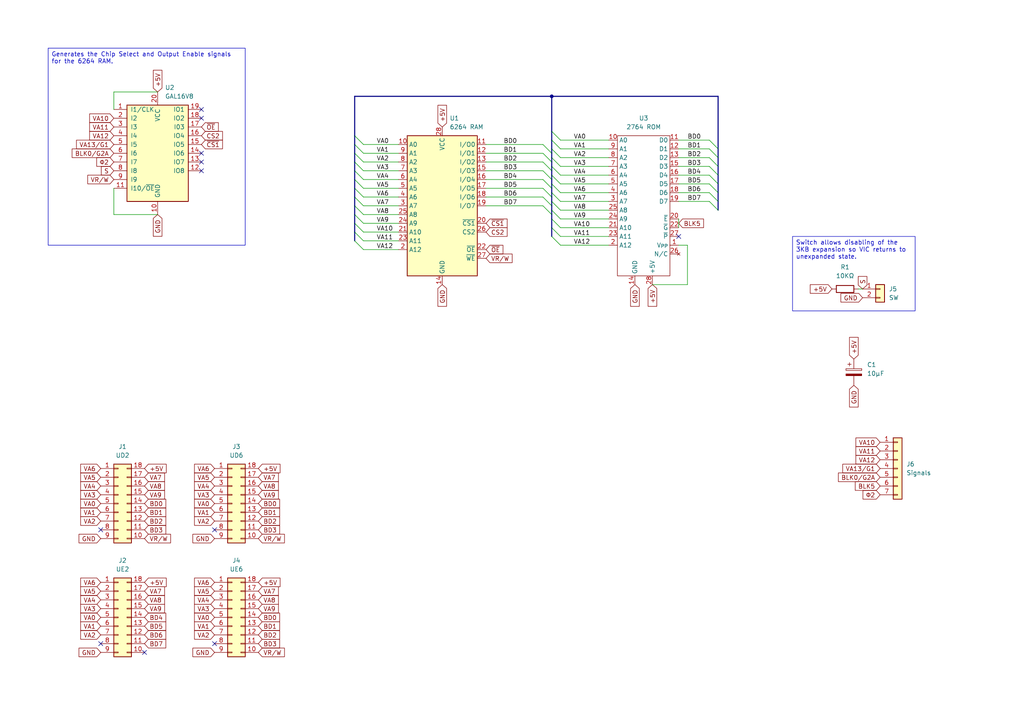
<source format=kicad_sch>
(kicad_sch (version 20250114) (generator "eeschema") (generator_version "9.0")
  (paper "A4")
  (title_block (title "Commodore VIC-20 Internal \"Super Expander\"") (date "28-Apr-2025") (rev "A") (company "Brett Hallen") (comment 1 "www.youtube.com/@Brfff"))
  (lib_symbols
    (symbol "Clueless_Engineer:2764_EPROM"
      (property "Reference" "U" (at 0 5.334 0))
      (property "Value" "2764" (at 0 0 0))
      (symbol "2764_EPROM_0_1"
        (rectangle (start -7.62 2.54) (end 7.62 -38.1))
      )
      (symbol "2764_EPROM_1_1"
        (pin input line (at -10.16 1.27 0) (length 2.54) (name "A0") (number "10"))
        (pin input line (at -10.16 -1.27 0) (length 2.54) (name "A1") (number "9"))
        (pin input line (at -10.16 -3.81 0) (length 2.54) (name "A2") (number "8"))
        (pin input line (at -10.16 -6.35 0) (length 2.54) (name "A3") (number "7"))
        (pin input line (at -10.16 -8.89 0) (length 2.54) (name "A4") (number "6"))
        (pin input line (at -10.16 -11.43 0) (length 2.54) (name "A5") (number "5"))
        (pin input line (at -10.16 -13.97 0) (length 2.54) (name "A6") (number "4"))
        (pin input line (at -10.16 -16.51 0) (length 2.54) (name "A7") (number "3"))
        (pin input line (at -10.16 -19.05 0) (length 2.54) (name "A8") (number "25"))
        (pin input line (at -10.16 -21.59 0) (length 2.54) (name "A9") (number "24"))
        (pin input line (at -10.16 -24.13 0) (length 2.54) (name "A10") (number "21"))
        (pin input line (at -10.16 -26.67 0) (length 2.54) (name "A11") (number "23"))
        (pin input line (at -10.16 -29.21 0) (length 2.54) (name "A12") (number "2"))
        (pin power_in line (at -2.54 -40.64 90) (length 2.54) (name "GND") (number "14"))
        (pin power_in line (at 2.54 -40.64 90) (length 2.54) (name "+5V") (number "28"))
        (pin output line (at 10.16 1.27 180) (length 2.54) (name "D0") (number "11"))
        (pin output line (at 10.16 -1.27 180) (length 2.54) (name "D1") (number "12"))
        (pin output line (at 10.16 -3.81 180) (length 2.54) (name "D2") (number "13"))
        (pin output line (at 10.16 -6.35 180) (length 2.54) (name "D3") (number "15"))
        (pin output line (at 10.16 -8.89 180) (length 2.54) (name "D4") (number "16"))
        (pin output line (at 10.16 -11.43 180) (length 2.54) (name "D5") (number "17"))
        (pin output line (at 10.16 -13.97 180) (length 2.54) (name "D6") (number "18"))
        (pin output line (at 10.16 -16.51 180) (length 2.54) (name "D7") (number "19"))
        (pin input line (at 10.16 -21.59 180) (length 2.54) (name "~{E}") (number "20"))
        (pin input line (at 10.16 -24.13 180) (length 2.54) (name "~{G}") (number "22"))
        (pin input line (at 10.16 -26.67 180) (length 2.54) (name "~{P}") (number "27"))
        (pin input line (at 10.16 -29.21 180) (length 2.54) (name "V_{PP}") (number "1"))
        (pin no_connect line (at 10.16 -31.75 180) (length 2.54) (name "N/C") (number "26"))
      )
    )
    (symbol "Connector_Generic:Conn_01x02" (pin_names (offset 1.016) (hide yes))
      (property "Reference" "J" (at 0 2.54 0))
      (property "Value" "Conn_01x02" (at 0 -5.08 0))
      (symbol "Conn_01x02_1_1"
        (rectangle (start -1.27 1.27) (end 1.27 -3.81) (stroke (width 0.254)) (fill (type background)))
        (rectangle (start -1.27 0.127) (end 0 -0.127) (stroke (width 0.1524)))
        (rectangle (start -1.27 -2.413) (end 0 -2.667) (stroke (width 0.1524)))
        (pin passive line (at -5.08 0 0) (length 3.81) (name "Pin_1") (number "1"))
        (pin passive line (at -5.08 -2.54 0) (length 3.81) (name "Pin_2") (number "2"))
      )
    )
    (symbol "Connector_Generic:Conn_01x07" (pin_names (offset 1.016) (hide yes))
      (property "Reference" "J" (at 0 10.16 0))
      (property "Value" "Conn_01x07" (at 0 -10.16 0))
      (symbol "Conn_01x07_1_1"
        (rectangle (start -1.27 8.89) (end 1.27 -8.89) (stroke (width 0.254)) (fill (type background)))
        (rectangle (start -1.27 7.747) (end 0 7.493) (stroke (width 0.1524)))
        (rectangle (start -1.27 5.207) (end 0 4.953) (stroke (width 0.1524)))
        (rectangle (start -1.27 2.667) (end 0 2.413) (stroke (width 0.1524)))
        (rectangle (start -1.27 0.127) (end 0 -0.127) (stroke (width 0.1524)))
        (rectangle (start -1.27 -2.413) (end 0 -2.667) (stroke (width 0.1524)))
        (rectangle (start -1.27 -4.953) (end 0 -5.207) (stroke (width 0.1524)))
        (rectangle (start -1.27 -7.493) (end 0 -7.747) (stroke (width 0.1524)))
        (pin passive line (at -5.08 7.62 0) (length 3.81) (name "Pin_1") (number "1"))
        (pin passive line (at -5.08 5.08 0) (length 3.81) (name "Pin_2") (number "2"))
        (pin passive line (at -5.08 2.54 0) (length 3.81) (name "Pin_3") (number "3"))
        (pin passive line (at -5.08 0 0) (length 3.81) (name "Pin_4") (number "4"))
        (pin passive line (at -5.08 -2.54 0) (length 3.81) (name "Pin_5") (number "5"))
        (pin passive line (at -5.08 -5.08 0) (length 3.81) (name "Pin_6") (number "6"))
        (pin passive line (at -5.08 -7.62 0) (length 3.81) (name "Pin_7") (number "7"))
      )
    )
    (symbol "Connector_Generic:Conn_02x09_Counter_Clockwise" (pin_names (offset 1.016) (hide yes))
      (property "Reference" "J" (at 1.27 12.7 0))
      (property "Value" "Conn_02x09_Counter_Clockwise" (at 1.27 -12.7 0))
      (symbol "Conn_02x09_Counter_Clockwise_1_1"
        (rectangle (start -1.27 11.43) (end 3.81 -11.43) (stroke (width 0.254)) (fill (type background)))
        (rectangle (start -1.27 10.287) (end 0 10.033) (stroke (width 0.1524)))
        (rectangle (start -1.27 7.747) (end 0 7.493) (stroke (width 0.1524)))
        (rectangle (start -1.27 5.207) (end 0 4.953) (stroke (width 0.1524)))
        (rectangle (start -1.27 2.667) (end 0 2.413) (stroke (width 0.1524)))
        (rectangle (start -1.27 0.127) (end 0 -0.127) (stroke (width 0.1524)))
        (rectangle (start -1.27 -2.413) (end 0 -2.667) (stroke (width 0.1524)))
        (rectangle (start -1.27 -4.953) (end 0 -5.207) (stroke (width 0.1524)))
        (rectangle (start -1.27 -7.493) (end 0 -7.747) (stroke (width 0.1524)))
        (rectangle (start -1.27 -10.033) (end 0 -10.287) (stroke (width 0.1524)))
        (rectangle (start 3.81 10.287) (end 2.54 10.033) (stroke (width 0.1524)))
        (rectangle (start 3.81 7.747) (end 2.54 7.493) (stroke (width 0.1524)))
        (rectangle (start 3.81 5.207) (end 2.54 4.953) (stroke (width 0.1524)))
        (rectangle (start 3.81 2.667) (end 2.54 2.413) (stroke (width 0.1524)))
        (rectangle (start 3.81 0.127) (end 2.54 -0.127) (stroke (width 0.1524)))
        (rectangle (start 3.81 -2.413) (end 2.54 -2.667) (stroke (width 0.1524)))
        (rectangle (start 3.81 -4.953) (end 2.54 -5.207) (stroke (width 0.1524)))
        (rectangle (start 3.81 -7.493) (end 2.54 -7.747) (stroke (width 0.1524)))
        (rectangle (start 3.81 -10.033) (end 2.54 -10.287) (stroke (width 0.1524)))
        (pin passive line (at -5.08 10.16 0) (length 3.81) (name "Pin_1") (number "1"))
        (pin passive line (at -5.08 7.62 0) (length 3.81) (name "Pin_2") (number "2"))
        (pin passive line (at -5.08 5.08 0) (length 3.81) (name "Pin_3") (number "3"))
        (pin passive line (at -5.08 2.54 0) (length 3.81) (name "Pin_4") (number "4"))
        (pin passive line (at -5.08 0 0) (length 3.81) (name "Pin_5") (number "5"))
        (pin passive line (at -5.08 -2.54 0) (length 3.81) (name "Pin_6") (number "6"))
        (pin passive line (at -5.08 -5.08 0) (length 3.81) (name "Pin_7") (number "7"))
        (pin passive line (at -5.08 -7.62 0) (length 3.81) (name "Pin_8") (number "8"))
        (pin passive line (at -5.08 -10.16 0) (length 3.81) (name "Pin_9") (number "9"))
        (pin passive line (at 7.62 10.16 180) (length 3.81) (name "Pin_18") (number "18"))
        (pin passive line (at 7.62 7.62 180) (length 3.81) (name "Pin_17") (number "17"))
        (pin passive line (at 7.62 5.08 180) (length 3.81) (name "Pin_16") (number "16"))
        (pin passive line (at 7.62 2.54 180) (length 3.81) (name "Pin_15") (number "15"))
        (pin passive line (at 7.62 0 180) (length 3.81) (name "Pin_14") (number "14"))
        (pin passive line (at 7.62 -2.54 180) (length 3.81) (name "Pin_13") (number "13"))
        (pin passive line (at 7.62 -5.08 180) (length 3.81) (name "Pin_12") (number "12"))
        (pin passive line (at 7.62 -7.62 180) (length 3.81) (name "Pin_11") (number "11"))
        (pin passive line (at 7.62 -10.16 180) (length 3.81) (name "Pin_10") (number "10"))
      )
    )
    (symbol "Device:C_Polarized" (pin_numbers (hide yes)) (pin_names (offset 0.254))
      (property "Reference" "C" (at 0.635 2.54 0))
      (property "Value" "C_Polarized" (at 0.635 -2.54 0))
      (symbol "C_Polarized_0_1"
        (rectangle (start -2.286 0.508) (end 2.286 1.016))
        (polyline (pts (xy -1.778 2.286) (xy -0.762 2.286)))
        (polyline (pts (xy -1.27 2.794) (xy -1.27 1.778)))
        (rectangle (start 2.286 -0.508) (end -2.286 -1.016) (fill (type outline)))
      )
      (symbol "C_Polarized_1_1"
        (pin passive line (at 0 3.81 270) (length 2.794) (name "~") (number "1"))
        (pin passive line (at 0 -3.81 90) (length 2.794) (name "~") (number "2"))
      )
    )
    (symbol "Device:R" (pin_numbers (hide yes)) (pin_names (offset 0))
      (property "Reference" "R" (at 2.032 0 90))
      (property "Value" "R" (at 0 0 90))
      (symbol "R_0_1"
        (rectangle (start -1.016 -2.54) (end 1.016 2.54) (stroke (width 0.254)))
      )
      (symbol "R_1_1"
        (pin passive line (at 0 3.81 270) (length 1.27) (name "~") (number "1"))
        (pin passive line (at 0 -3.81 90) (length 1.27) (name "~") (number "2"))
      )
    )
    (symbol "Logic_Programmable:GAL16V8" (pin_names (offset 1.016))
      (property "Reference" "U" (at -8.89 16.51 0))
      (property "Value" "GAL16V8" (at 1.27 16.51 0))
      (symbol "GAL16V8_0_0"
        (pin power_in line (at 0 17.78 270) (length 3.81) (name "VCC") (number "20"))
        (pin power_in line (at 0 -17.78 90) (length 3.81) (name "GND") (number "10"))
      )
      (symbol "GAL16V8_0_1"
        (rectangle (start -8.89 13.97) (end 8.89 -13.97) (stroke (width 0.254)) (fill (type background)))
      )
      (symbol "GAL16V8_1_1"
        (pin input line (at -12.7 12.7 0) (length 3.81) (name "I1/CLK") (number "1"))
        (pin input line (at -12.7 10.16 0) (length 3.81) (name "I2") (number "2"))
        (pin input line (at -12.7 7.62 0) (length 3.81) (name "I3") (number "3"))
        (pin input line (at -12.7 5.08 0) (length 3.81) (name "I4") (number "4"))
        (pin input line (at -12.7 2.54 0) (length 3.81) (name "I5") (number "5"))
        (pin input line (at -12.7 0 0) (length 3.81) (name "I6") (number "6"))
        (pin input line (at -12.7 -2.54 0) (length 3.81) (name "I7") (number "7"))
        (pin input line (at -12.7 -5.08 0) (length 3.81) (name "I8") (number "8"))
        (pin input line (at -12.7 -7.62 0) (length 3.81) (name "I9") (number "9"))
        (pin input line (at -12.7 -10.16 0) (length 3.81) (name "I10/~{OE}") (number "11"))
        (pin tri_state line (at 12.7 12.7 180) (length 3.81) (name "IO1") (number "19"))
        (pin tri_state line (at 12.7 10.16 180) (length 3.81) (name "IO2") (number "18"))
        (pin tri_state line (at 12.7 7.62 180) (length 3.81) (name "I03") (number "17"))
        (pin tri_state line (at 12.7 5.08 180) (length 3.81) (name "IO4") (number "16"))
        (pin tri_state line (at 12.7 2.54 180) (length 3.81) (name "IO5") (number "15"))
        (pin tri_state line (at 12.7 0 180) (length 3.81) (name "IO6") (number "14"))
        (pin tri_state line (at 12.7 -2.54 180) (length 3.81) (name "IO7") (number "13"))
        (pin tri_state line (at 12.7 -5.08 180) (length 3.81) (name "IO8") (number "12"))
      )
    )
    (symbol "Memory_RAM:HY6264AxP"
      (property "Reference" "U" (at -10.16 20.955 0))
      (property "Value" "HY6264AxP" (at 2.54 20.955 0))
      (symbol "HY6264AxP_0_0"
        (pin power_in line (at 0 22.86 270) (length 2.54) (name "VCC") (number "28"))
        (pin power_in line (at 0 -22.86 90) (length 2.54) (name "GND") (number "14"))
      )
      (symbol "HY6264AxP_0_1"
        (rectangle (start -10.16 20.32) (end 10.16 -20.32) (stroke (width 0.254)) (fill (type background)))
      )
      (symbol "HY6264AxP_1_1"
        (pin input line (at -12.7 17.78 0) (length 2.54) (name "A0") (number "10"))
        (pin input line (at -12.7 15.24 0) (length 2.54) (name "A1") (number "9"))
        (pin input line (at -12.7 12.7 0) (length 2.54) (name "A2") (number "8"))
        (pin input line (at -12.7 10.16 0) (length 2.54) (name "A3") (number "7"))
        (pin input line (at -12.7 7.62 0) (length 2.54) (name "A4") (number "6"))
        (pin input line (at -12.7 5.08 0) (length 2.54) (name "A5") (number "5"))
        (pin input line (at -12.7 2.54 0) (length 2.54) (name "A6") (number "4"))
        (pin input line (at -12.7 0 0) (length 2.54) (name "A7") (number "3"))
        (pin input line (at -12.7 -2.54 0) (length 2.54) (name "A8") (number "25"))
        (pin input line (at -12.7 -5.08 0) (length 2.54) (name "A9") (number "24"))
        (pin input line (at -12.7 -7.62 0) (length 2.54) (name "A10") (number "21"))
        (pin input line (at -12.7 -10.16 0) (length 2.54) (name "A11") (number "23"))
        (pin input line (at -12.7 -12.7 0) (length 2.54) (name "A12") (number "2"))
        (pin no_connect line (at 0 0 0) (length 2.54) (hide yes) (name "NC") (number "1"))
        (pin tri_state line (at 12.7 17.78 180) (length 2.54) (name "I/O0") (number "11"))
        (pin tri_state line (at 12.7 15.24 180) (length 2.54) (name "I/O1") (number "12"))
        (pin tri_state line (at 12.7 12.7 180) (length 2.54) (name "I/O2") (number "13"))
        (pin tri_state line (at 12.7 10.16 180) (length 2.54) (name "I/O3") (number "15"))
        (pin tri_state line (at 12.7 7.62 180) (length 2.54) (name "I/O4") (number "16"))
        (pin tri_state line (at 12.7 5.08 180) (length 2.54) (name "I/O5") (number "17"))
        (pin tri_state line (at 12.7 2.54 180) (length 2.54) (name "I/O6") (number "18"))
        (pin tri_state line (at 12.7 0 180) (length 2.54) (name "I/O7") (number "19"))
        (pin input line (at 12.7 -5.08 180) (length 2.54) (name "~{CS1}") (number "20"))
        (pin input line (at 12.7 -7.62 180) (length 2.54) (name "CS2") (number "26"))
        (pin input line (at 12.7 -12.7 180) (length 2.54) (name "~{OE}") (number "22"))
        (pin input line (at 12.7 -15.24 180) (length 2.54) (name "~{WE}") (number "27"))
      )
    )
  )
  (text_box "Generates the Chip Select and Output Enable signals for the 6264 RAM." (at 13.97 13.97 0) (size 57.15 57.15) (margins 0.9525 0.9525 0.9525 0.9525) (effects (font (size 1.27 1.27)) (justify left top)))
  (text_box "Switch allows disabling of the 3KB expansion so VIC returns to unexpanded state." (at 229.87 68.58 0) (size 35.56 21.59) (margins 0.9525 0.9525 0.9525 0.9525) (effects (font (size 1.27 1.27)) (justify left top)))
  (text_box "Original 2114 RAM chips are removed from the VIC.\nFour are replaced with IC sockets to accept this daughterboard." (at -104.14 100.33 0) (size 73.66 74.93) (margins 0.9525 0.9525 0.9525 0.9525) (effects (font (size 1.27 1.27)) (justify left top)))
  (junction (at 160.02 27.94))
  (no_connect (at 196.85 68.58))
  (no_connect (at 58.42 34.29))
  (no_connect (at 62.23 153.67))
  (no_connect (at 58.42 49.53))
  (no_connect (at 58.42 44.45))
  (no_connect (at 58.42 46.99))
  (no_connect (at 41.91 189.23))
  (no_connect (at 29.21 186.69))
  (no_connect (at 58.42 31.75))
  (no_connect (at 29.21 153.67))
  (no_connect (at 62.23 186.69))
  (bus_entry (at 102.87 57.15) (size 2.54 2.54))
  (bus_entry (at 102.87 54.61) (size 2.54 2.54))
  (bus_entry (at 160.02 45.72) (size 2.54 2.54))
  (bus_entry (at 208.28 55.88) (size -2.54 -2.54))
  (bus_entry (at 102.87 46.99) (size 2.54 2.54))
  (bus_entry (at 208.28 60.96) (size -2.54 -2.54))
  (bus_entry (at 160.02 48.26) (size 2.54 2.54))
  (bus_entry (at 160.02 50.8) (size 2.54 2.54))
  (bus_entry (at 102.87 52.07) (size 2.54 2.54))
  (bus_entry (at 160.02 57.15) (size -2.54 -2.54))
  (bus_entry (at 208.28 50.8) (size -2.54 -2.54))
  (bus_entry (at 102.87 69.85) (size 2.54 2.54))
  (bus_entry (at 102.87 62.23) (size 2.54 2.54))
  (bus_entry (at 160.02 53.34) (size 2.54 2.54))
  (bus_entry (at 160.02 52.07) (size -2.54 -2.54))
  (bus_entry (at 102.87 49.53) (size 2.54 2.54))
  (bus_entry (at 160.02 62.23) (size -2.54 -2.54))
  (bus_entry (at 160.02 66.04) (size 2.54 2.54))
  (bus_entry (at 160.02 49.53) (size -2.54 -2.54))
  (bus_entry (at 208.28 53.34) (size -2.54 -2.54))
  (bus_entry (at 160.02 38.1) (size 2.54 2.54))
  (bus_entry (at 208.28 58.42) (size -2.54 -2.54))
  (bus_entry (at 208.28 43.18) (size -2.54 -2.54))
  (bus_entry (at 160.02 58.42) (size 2.54 2.54))
  (bus_entry (at 208.28 48.26) (size -2.54 -2.54))
  (bus_entry (at 160.02 54.61) (size -2.54 -2.54))
  (bus_entry (at 102.87 67.31) (size 2.54 2.54))
  (bus_entry (at 160.02 46.99) (size -2.54 -2.54))
  (bus_entry (at 160.02 68.58) (size 2.54 2.54))
  (bus_entry (at 160.02 63.5) (size 2.54 2.54))
  (bus_entry (at 160.02 44.45) (size -2.54 -2.54))
  (bus_entry (at 208.28 45.72) (size -2.54 -2.54))
  (bus_entry (at 160.02 40.64) (size 2.54 2.54))
  (bus_entry (at 160.02 60.96) (size 2.54 2.54))
  (bus_entry (at 160.02 43.18) (size 2.54 2.54))
  (bus_entry (at 102.87 44.45) (size 2.54 2.54))
  (bus_entry (at 102.87 64.77) (size 2.54 2.54))
  (bus_entry (at 102.87 41.91) (size 2.54 2.54))
  (bus_entry (at 160.02 55.88) (size 2.54 2.54))
  (bus_entry (at 160.02 59.69) (size -2.54 -2.54))
  (bus_entry (at 102.87 39.37) (size 2.54 2.54))
  (bus_entry (at 102.87 59.69) (size 2.54 2.54))
  (wire (pts (xy 140.97 44.45) (xy 157.48 44.45)))
  (wire (pts (xy 140.97 49.53) (xy 157.48 49.53)))
  (wire (pts (xy 196.85 45.72) (xy 205.74 45.72)))
  (bus (pts (xy 160.02 49.53) (xy 160.02 50.8)))
  (wire (pts (xy 199.39 82.55) (xy 189.23 82.55)))
  (wire (pts (xy 196.85 43.18) (xy 205.74 43.18)))
  (wire (pts (xy 140.97 54.61) (xy 157.48 54.61)))
  (wire (pts (xy 162.56 55.88) (xy 176.53 55.88)))
  (bus (pts (xy 102.87 39.37) (xy 102.87 27.94)))
  (bus (pts (xy 160.02 59.69) (xy 160.02 60.96)))
  (wire (pts (xy 105.41 62.23) (xy 115.57 62.23)))
  (wire (pts (xy 196.85 40.64) (xy 205.74 40.64)))
  (wire (pts (xy 196.85 48.26) (xy 205.74 48.26)))
  (wire (pts (xy 162.56 50.8) (xy 176.53 50.8)))
  (wire (pts (xy 105.41 44.45) (xy 115.57 44.45)))
  (wire (pts (xy 105.41 41.91) (xy 115.57 41.91)))
  (bus (pts (xy 102.87 46.99) (xy 102.87 44.45)))
  (bus (pts (xy 208.28 50.8) (xy 208.28 53.34)))
  (bus (pts (xy 102.87 69.85) (xy 102.87 67.31)))
  (bus (pts (xy 208.28 43.18) (xy 208.28 45.72)))
  (bus (pts (xy 160.02 45.72) (xy 160.02 46.99)))
  (wire (pts (xy 33.02 62.23) (xy 33.02 54.61)))
  (wire (pts (xy 196.85 53.34) (xy 205.74 53.34)))
  (wire (pts (xy 162.56 68.58) (xy 176.53 68.58)))
  (wire (pts (xy 105.41 59.69) (xy 115.57 59.69)))
  (wire (pts (xy 196.85 55.88) (xy 205.74 55.88)))
  (bus (pts (xy 102.87 57.15) (xy 102.87 54.61)))
  (wire (pts (xy 105.41 52.07) (xy 115.57 52.07)))
  (wire (pts (xy 162.56 40.64) (xy 176.53 40.64)))
  (wire (pts (xy 162.56 48.26) (xy 176.53 48.26)))
  (bus (pts (xy 160.02 27.94) (xy 208.28 27.94)))
  (wire (pts (xy 162.56 53.34) (xy 176.53 53.34)))
  (wire (pts (xy 196.85 58.42) (xy 205.74 58.42)))
  (bus (pts (xy 160.02 62.23) (xy 160.02 63.5)))
  (bus (pts (xy 102.87 27.94) (xy 160.02 27.94)))
  (bus (pts (xy 208.28 48.26) (xy 208.28 50.8)))
  (bus (pts (xy 102.87 64.77) (xy 102.87 62.23)))
  (bus (pts (xy 160.02 43.18) (xy 160.02 44.45)))
  (bus (pts (xy 102.87 49.53) (xy 102.87 46.99)))
  (wire (pts (xy 162.56 71.12) (xy 176.53 71.12)))
  (wire (pts (xy 140.97 52.07) (xy 157.48 52.07)))
  (wire (pts (xy 140.97 57.15) (xy 157.48 57.15)))
  (bus (pts (xy 208.28 27.94) (xy 208.28 43.18)))
  (bus (pts (xy 102.87 44.45) (xy 102.87 41.91)))
  (wire (pts (xy 105.41 64.77) (xy 115.57 64.77)))
  (bus (pts (xy 102.87 52.07) (xy 102.87 49.53)))
  (wire (pts (xy 196.85 71.12) (xy 199.39 71.12)))
  (wire (pts (xy 162.56 66.04) (xy 176.53 66.04)))
  (wire (pts (xy 162.56 58.42) (xy 176.53 58.42)))
  (bus (pts (xy 160.02 58.42) (xy 160.02 59.69)))
  (bus (pts (xy 208.28 45.72) (xy 208.28 48.26)))
  (wire (pts (xy 45.72 62.23) (xy 33.02 62.23)))
  (bus (pts (xy 102.87 62.23) (xy 102.87 59.69)))
  (bus (pts (xy 208.28 53.34) (xy 208.28 55.88)))
  (bus (pts (xy 208.28 58.42) (xy 208.28 60.96)))
  (wire (pts (xy 162.56 60.96) (xy 176.53 60.96)))
  (bus (pts (xy 160.02 50.8) (xy 160.02 52.07)))
  (bus (pts (xy 102.87 54.61) (xy 102.87 52.07)))
  (bus (pts (xy 160.02 46.99) (xy 160.02 48.26)))
  (wire (pts (xy 140.97 41.91) (xy 157.48 41.91)))
  (bus (pts (xy 160.02 44.45) (xy 160.02 45.72)))
  (bus (pts (xy 208.28 55.88) (xy 208.28 58.42)))
  (bus (pts (xy 160.02 60.96) (xy 160.02 62.23)))
  (wire (pts (xy 196.85 50.8) (xy 205.74 50.8)))
  (wire (pts (xy 196.85 63.5) (xy 196.85 66.04)))
  (bus (pts (xy 160.02 53.34) (xy 160.02 54.61)))
  (bus (pts (xy 160.02 66.04) (xy 160.02 68.58)))
  (wire (pts (xy 248.92 83.82) (xy 250.19 83.82)))
  (wire (pts (xy 140.97 59.69) (xy 157.48 59.69)))
  (bus (pts (xy 160.02 55.88) (xy 160.02 57.15)))
  (wire (pts (xy 105.41 69.85) (xy 115.57 69.85)))
  (bus (pts (xy 160.02 27.94) (xy 160.02 38.1)))
  (wire (pts (xy 199.39 71.12) (xy 199.39 82.55)))
  (wire (pts (xy 33.02 26.67) (xy 33.02 31.75)))
  (wire (pts (xy 105.41 67.31) (xy 115.57 67.31)))
  (bus (pts (xy 160.02 48.26) (xy 160.02 49.53)))
  (bus (pts (xy 102.87 59.69) (xy 102.87 57.15)))
  (bus (pts (xy 160.02 54.61) (xy 160.02 55.88)))
  (wire (pts (xy 162.56 63.5) (xy 176.53 63.5)))
  (bus (pts (xy 160.02 40.64) (xy 160.02 43.18)))
  (wire (pts (xy 162.56 45.72) (xy 176.53 45.72)))
  (wire (pts (xy 105.41 72.39) (xy 115.57 72.39)))
  (bus (pts (xy 160.02 38.1) (xy 160.02 40.64)))
  (bus (pts (xy 102.87 67.31) (xy 102.87 64.77)))
  (wire (pts (xy 105.41 57.15) (xy 115.57 57.15)))
  (bus (pts (xy 102.87 41.91) (xy 102.87 39.37)))
  (wire (pts (xy 105.41 49.53) (xy 115.57 49.53)))
  (bus (pts (xy 160.02 52.07) (xy 160.02 53.34)))
  (bus (pts (xy 160.02 63.5) (xy 160.02 66.04)))
  (wire (pts (xy 140.97 46.99) (xy 157.48 46.99)))
  (wire (pts (xy 162.56 43.18) (xy 176.53 43.18)))
  (wire (pts (xy 45.72 26.67) (xy 33.02 26.67)))
  (wire (pts (xy 105.41 54.61) (xy 115.57 54.61)))
  (wire (pts (xy 105.41 46.99) (xy 115.57 46.99)))
  (bus (pts (xy 160.02 57.15) (xy 160.02 58.42)))
  (label "VA6" (at 109.22 57.15 0))
  (label "VA8" (at 109.22 62.23 0))
  (label "VA9" (at 166.37 63.5 0))
  (label "VA5" (at 109.22 54.61 0))
  (label "VA10" (at 109.22 67.31 0))
  (label "BD7" (at 146.05 59.69 0))
  (label "VA11" (at 109.22 69.85 0))
  (label "VA1" (at 109.22 44.45 0))
  (label "VA7" (at 109.22 59.69 0))
  (label "VA6" (at 166.37 55.88 0))
  (label "BD0" (at 199.39 40.64 0))
  (label "VA0" (at 166.37 40.64 0))
  (label "BD2" (at 146.05 46.99 0))
  (label "BD4" (at 199.39 50.8 0))
  (label "VA8" (at 166.37 60.96 0))
  (label "BD7" (at 199.39 58.42 0))
  (label "BD3" (at 146.05 49.53 0))
  (label "BD2" (at 199.39 45.72 0))
  (label "VA11" (at 166.37 68.58 0))
  (label "VA2" (at 166.37 45.72 0))
  (label "BD5" (at 146.05 54.61 0))
  (label "VA1" (at 166.37 43.18 0))
  (label "VA10" (at 166.37 66.04 0))
  (label "BD5" (at 199.39 53.34 0))
  (label "BD6" (at 199.39 55.88 0))
  (label "VA5" (at 166.37 53.34 0))
  (label "VA7" (at 166.37 58.42 0))
  (label "BD6" (at 146.05 57.15 0))
  (label "VA3" (at 109.22 49.53 0))
  (label "VA2" (at 109.22 46.99 0))
  (label "VA4" (at 109.22 52.07 0))
  (label "VA3" (at 166.37 48.26 0))
  (label "VA0" (at 109.22 41.91 0))
  (label "BD1" (at 146.05 44.45 0))
  (label "VA4" (at 166.37 50.8 0))
  (label "VA9" (at 109.22 64.77 0))
  (label "BD4" (at 146.05 52.07 0))
  (label "VA12" (at 109.22 72.39 0))
  (label "BD1" (at 199.39 43.18 0))
  (label "BD3" (at 199.39 48.26 0))
  (label "BD0" (at 146.05 41.91 0))
  (label "VA12" (at 166.37 71.12 0))
  (global_label "Φ2" (shape input) (at 255.27 143.51 180) (property "Intersheetrefs" "${INTERSHEET_REFS}" (effects (hide yes))))
  (global_label "~{CS1}" (shape input) (at 140.97 64.77 0) (property "Intersheetrefs" "${INTERSHEET_REFS}" (effects (hide yes))))
  (global_label "VR{slash}W" (shape input) (at 74.93 156.21 0) (property "Intersheetrefs" "${INTERSHEET_REFS}" (effects (hide yes))))
  (global_label "VR{slash}W" (shape input) (at 74.93 189.23 0) (property "Intersheetrefs" "${INTERSHEET_REFS}" (effects (hide yes))))
  (global_label "+5V" (shape input) (at 247.65 104.14 90) (property "Intersheetrefs" "${INTERSHEET_REFS}" (effects (hide yes))))
  (global_label "VA4" (shape input) (at 29.21 140.97 180) (property "Intersheetrefs" "${INTERSHEET_REFS}" (effects (hide yes))))
  (global_label "VR{slash}W" (shape input) (at 140.97 74.93 0) (property "Intersheetrefs" "${INTERSHEET_REFS}" (effects (hide yes))))
  (global_label "VA3" (shape input) (at 62.23 176.53 180) (property "Intersheetrefs" "${INTERSHEET_REFS}" (effects (hide yes))))
  (global_label "VR{slash}W" (shape input) (at 41.91 156.21 0) (property "Intersheetrefs" "${INTERSHEET_REFS}" (effects (hide yes))))
  (global_label "VA1" (shape input) (at 29.21 181.61 180) (property "Intersheetrefs" "${INTERSHEET_REFS}" (effects (hide yes))))
  (global_label "VA7" (shape input) (at 41.91 171.45 0) (property "Intersheetrefs" "${INTERSHEET_REFS}" (effects (hide yes))))
  (global_label "VA2" (shape input) (at 29.21 151.13 180) (property "Intersheetrefs" "${INTERSHEET_REFS}" (effects (hide yes))))
  (global_label "VA5" (shape input) (at 29.21 171.45 180) (property "Intersheetrefs" "${INTERSHEET_REFS}" (effects (hide yes))))
  (global_label "VA7" (shape input) (at 41.91 138.43 0) (property "Intersheetrefs" "${INTERSHEET_REFS}" (effects (hide yes))))
  (global_label "BLK5" (shape input) (at 196.85 64.77 0) (property "Intersheetrefs" "${INTERSHEET_REFS}" (effects (hide yes))))
  (global_label "VA11" (shape input) (at 255.27 130.81 180) (property "Intersheetrefs" "${INTERSHEET_REFS}" (effects (hide yes))))
  (global_label "VA2" (shape input) (at 62.23 151.13 180) (property "Intersheetrefs" "${INTERSHEET_REFS}" (effects (hide yes))))
  (global_label "+5V" (shape input) (at 74.93 135.89 0) (property "Intersheetrefs" "${INTERSHEET_REFS}" (effects (hide yes))))
  (global_label "GND" (shape input) (at 184.15 82.55 270) (property "Intersheetrefs" "${INTERSHEET_REFS}" (effects (hide yes))))
  (global_label "VA6" (shape input) (at 29.21 135.89 180) (property "Intersheetrefs" "${INTERSHEET_REFS}" (effects (hide yes))))
  (global_label "VA1" (shape input) (at 62.23 181.61 180) (property "Intersheetrefs" "${INTERSHEET_REFS}" (effects (hide yes))))
  (global_label "VA0" (shape input) (at 62.23 146.05 180) (property "Intersheetrefs" "${INTERSHEET_REFS}" (effects (hide yes))))
  (global_label "BD0" (shape input) (at 41.91 146.05 0) (property "Intersheetrefs" "${INTERSHEET_REFS}" (effects (hide yes))))
  (global_label "+5V" (shape input) (at 74.93 168.91 0) (property "Intersheetrefs" "${INTERSHEET_REFS}" (effects (hide yes))))
  (global_label "VA5" (shape input) (at 62.23 138.43 180) (property "Intersheetrefs" "${INTERSHEET_REFS}" (effects (hide yes))))
  (global_label "BD1" (shape input) (at 41.91 148.59 0) (property "Intersheetrefs" "${INTERSHEET_REFS}" (effects (hide yes))))
  (global_label "VA9" (shape input) (at 41.91 176.53 0) (property "Intersheetrefs" "${INTERSHEET_REFS}" (effects (hide yes))))
  (global_label "CS2" (shape input) (at 58.42 39.37 0) (property "Intersheetrefs" "${INTERSHEET_REFS}" (effects (hide yes))))
  (global_label "~{CS1}" (shape input) (at 58.42 41.91 0) (property "Intersheetrefs" "${INTERSHEET_REFS}" (effects (hide yes))))
  (global_label "VA7" (shape input) (at 74.93 171.45 0) (property "Intersheetrefs" "${INTERSHEET_REFS}" (effects (hide yes))))
  (global_label "VA3" (shape input) (at 29.21 176.53 180) (property "Intersheetrefs" "${INTERSHEET_REFS}" (effects (hide yes))))
  (global_label "+5V" (shape input) (at 41.91 168.91 0) (property "Intersheetrefs" "${INTERSHEET_REFS}" (effects (hide yes))))
  (global_label "+5V" (shape input) (at 189.23 82.55 270) (property "Intersheetrefs" "${INTERSHEET_REFS}" (effects (hide yes))))
  (global_label "BD1" (shape input) (at 74.93 181.61 0) (property "Intersheetrefs" "${INTERSHEET_REFS}" (effects (hide yes))))
  (global_label "VA0" (shape input) (at 29.21 179.07 180) (property "Intersheetrefs" "${INTERSHEET_REFS}" (effects (hide yes))))
  (global_label "BD4" (shape input) (at 41.91 179.07 0) (property "Intersheetrefs" "${INTERSHEET_REFS}" (effects (hide yes))))
  (global_label "VA13{slash}G1" (shape input) (at 33.02 41.91 180) (property "Intersheetrefs" "${INTERSHEET_REFS}" (effects (hide yes))))
  (global_label "BD5" (shape input) (at 41.91 181.61 0) (property "Intersheetrefs" "${INTERSHEET_REFS}" (effects (hide yes))))
  (global_label "+5V" (shape input) (at 45.72 26.67 90) (property "Intersheetrefs" "${INTERSHEET_REFS}" (effects (hide yes))))
  (global_label "VA9" (shape input) (at 41.91 143.51 0) (property "Intersheetrefs" "${INTERSHEET_REFS}" (effects (hide yes))))
  (global_label "VA9" (shape input) (at 74.93 143.51 0) (property "Intersheetrefs" "${INTERSHEET_REFS}" (effects (hide yes))))
  (global_label "VA6" (shape input) (at 29.21 168.91 180) (property "Intersheetrefs" "${INTERSHEET_REFS}" (effects (hide yes))))
  (global_label "GND" (shape input) (at 247.65 111.76 270) (property "Intersheetrefs" "${INTERSHEET_REFS}" (effects (hide yes))))
  (global_label "+5V" (shape input) (at 241.3 83.82 180) (property "Intersheetrefs" "${INTERSHEET_REFS}" (effects (hide yes))))
  (global_label "BD0" (shape input) (at 74.93 179.07 0) (property "Intersheetrefs" "${INTERSHEET_REFS}" (effects (hide yes))))
  (global_label "+5V" (shape input) (at 128.27 36.83 90) (property "Intersheetrefs" "${INTERSHEET_REFS}" (effects (hide yes))))
  (global_label "VA7" (shape input) (at 74.93 138.43 0) (property "Intersheetrefs" "${INTERSHEET_REFS}" (effects (hide yes))))
  (global_label "VA1" (shape input) (at 29.21 148.59 180) (property "Intersheetrefs" "${INTERSHEET_REFS}" (effects (hide yes))))
  (global_label "VR{slash}W" (shape input) (at 33.02 52.07 180) (property "Intersheetrefs" "${INTERSHEET_REFS}" (effects (hide yes))))
  (global_label "VA3" (shape input) (at 62.23 143.51 180) (property "Intersheetrefs" "${INTERSHEET_REFS}" (effects (hide yes))))
  (global_label "VA12" (shape input) (at 33.02 39.37 180) (property "Intersheetrefs" "${INTERSHEET_REFS}" (effects (hide yes))))
  (global_label "VA10" (shape input) (at 255.27 128.27 180) (property "Intersheetrefs" "${INTERSHEET_REFS}" (effects (hide yes))))
  (global_label "BD7" (shape input) (at 41.91 186.69 0) (property "Intersheetrefs" "${INTERSHEET_REFS}" (effects (hide yes))))
  (global_label "GND" (shape input) (at 29.21 189.23 180) (property "Intersheetrefs" "${INTERSHEET_REFS}" (effects (hide yes))))
  (global_label "VA1" (shape input) (at 62.23 148.59 180) (property "Intersheetrefs" "${INTERSHEET_REFS}" (effects (hide yes))))
  (global_label "VA5" (shape input) (at 29.21 138.43 180) (property "Intersheetrefs" "${INTERSHEET_REFS}" (effects (hide yes))))
  (global_label "VA13{slash}G1" (shape input) (at 255.27 135.89 180) (property "Intersheetrefs" "${INTERSHEET_REFS}" (effects (hide yes))))
  (global_label "GND" (shape input) (at 45.72 62.23 270) (property "Intersheetrefs" "${INTERSHEET_REFS}" (effects (hide yes))))
  (global_label "BD6" (shape input) (at 41.91 184.15 0) (property "Intersheetrefs" "${INTERSHEET_REFS}" (effects (hide yes))))
  (global_label "BLK0{slash}G2A" (shape input) (at 255.27 138.43 180) (property "Intersheetrefs" "${INTERSHEET_REFS}" (effects (hide yes))))
  (global_label "VA2" (shape input) (at 29.21 184.15 180) (property "Intersheetrefs" "${INTERSHEET_REFS}" (effects (hide yes))))
  (global_label "VA8" (shape input) (at 74.93 173.99 0) (property "Intersheetrefs" "${INTERSHEET_REFS}" (effects (hide yes))))
  (global_label "VA5" (shape input) (at 62.23 171.45 180) (property "Intersheetrefs" "${INTERSHEET_REFS}" (effects (hide yes))))
  (global_label "BD3" (shape input) (at 74.93 186.69 0) (property "Intersheetrefs" "${INTERSHEET_REFS}" (effects (hide yes))))
  (global_label "~{ΟΕ}" (shape input) (at 58.42 36.83 0) (property "Intersheetrefs" "${INTERSHEET_REFS}" (effects (hide yes))))
  (global_label "BD2" (shape input) (at 74.93 151.13 0) (property "Intersheetrefs" "${INTERSHEET_REFS}" (effects (hide yes))))
  (global_label "VA2" (shape input) (at 62.23 184.15 180) (property "Intersheetrefs" "${INTERSHEET_REFS}" (effects (hide yes))))
  (global_label "VA8" (shape input) (at 41.91 173.99 0) (property "Intersheetrefs" "${INTERSHEET_REFS}" (effects (hide yes))))
  (global_label "VA0" (shape input) (at 62.23 179.07 180) (property "Intersheetrefs" "${INTERSHEET_REFS}" (effects (hide yes))))
  (global_label "VA9" (shape input) (at 74.93 176.53 0) (property "Intersheetrefs" "${INTERSHEET_REFS}" (effects (hide yes))))
  (global_label "GND" (shape input) (at 62.23 189.23 180) (property "Intersheetrefs" "${INTERSHEET_REFS}" (effects (hide yes))))
  (global_label "BLK0{slash}G2A" (shape input) (at 33.02 44.45 180) (property "Intersheetrefs" "${INTERSHEET_REFS}" (effects (hide yes))))
  (global_label "VA10" (shape input) (at 33.02 34.29 180) (property "Intersheetrefs" "${INTERSHEET_REFS}" (effects (hide yes))))
  (global_label "VA0" (shape input) (at 29.21 146.05 180) (property "Intersheetrefs" "${INTERSHEET_REFS}" (effects (hide yes))))
  (global_label "VA3" (shape input) (at 29.21 143.51 180) (property "Intersheetrefs" "${INTERSHEET_REFS}" (effects (hide yes))))
  (global_label "VA12" (shape input) (at 255.27 133.35 180) (property "Intersheetrefs" "${INTERSHEET_REFS}" (effects (hide yes))))
  (global_label "VA6" (shape input) (at 62.23 168.91 180) (property "Intersheetrefs" "${INTERSHEET_REFS}" (effects (hide yes))))
  (global_label "GND" (shape input) (at 128.27 82.55 270) (property "Intersheetrefs" "${INTERSHEET_REFS}" (effects (hide yes))))
  (global_label "BD2" (shape input) (at 41.91 151.13 0) (property "Intersheetrefs" "${INTERSHEET_REFS}" (effects (hide yes))))
  (global_label "GND" (shape input) (at 62.23 156.21 180) (property "Intersheetrefs" "${INTERSHEET_REFS}" (effects (hide yes))))
  (global_label "S" (shape input) (at 250.19 83.82 90) (property "Intersheetrefs" "${INTERSHEET_REFS}" (effects (hide yes))))
  (global_label "GND" (shape input) (at 29.21 156.21 180) (property "Intersheetrefs" "${INTERSHEET_REFS}" (effects (hide yes))))
  (global_label "BD3" (shape input) (at 41.91 153.67 0) (property "Intersheetrefs" "${INTERSHEET_REFS}" (effects (hide yes))))
  (global_label "VA4" (shape input) (at 62.23 140.97 180) (property "Intersheetrefs" "${INTERSHEET_REFS}" (effects (hide yes))))
  (global_label "CS2" (shape input) (at 140.97 67.31 0) (property "Intersheetrefs" "${INTERSHEET_REFS}" (effects (hide yes))))
  (global_label "Φ2" (shape input) (at 33.02 46.99 180) (property "Intersheetrefs" "${INTERSHEET_REFS}" (effects (hide yes))))
  (global_label "VA11" (shape input) (at 33.02 36.83 180) (property "Intersheetrefs" "${INTERSHEET_REFS}" (effects (hide yes))))
  (global_label "BLK5" (shape input) (at 255.27 140.97 180) (property "Intersheetrefs" "${INTERSHEET_REFS}" (effects (hide yes))))
  (global_label "BD3" (shape input) (at 74.93 153.67 0) (property "Intersheetrefs" "${INTERSHEET_REFS}" (effects (hide yes))))
  (global_label "GND" (shape input) (at 250.19 86.36 180) (property "Intersheetrefs" "${INTERSHEET_REFS}" (effects (hide yes))))
  (global_label "VA8" (shape input) (at 41.91 140.97 0) (property "Intersheetrefs" "${INTERSHEET_REFS}" (effects (hide yes))))
  (global_label "+5V" (shape input) (at 41.91 135.89 0) (property "Intersheetrefs" "${INTERSHEET_REFS}" (effects (hide yes))))
  (global_label "VA4" (shape input) (at 29.21 173.99 180) (property "Intersheetrefs" "${INTERSHEET_REFS}" (effects (hide yes))))
  (global_label "S" (shape input) (at 33.02 49.53 180) (property "Intersheetrefs" "${INTERSHEET_REFS}" (effects (hide yes))))
  (global_label "BD1" (shape input) (at 74.93 148.59 0) (property "Intersheetrefs" "${INTERSHEET_REFS}" (effects (hide yes))))
  (global_label "VA6" (shape input) (at 62.23 135.89 180) (property "Intersheetrefs" "${INTERSHEET_REFS}" (effects (hide yes))))
  (global_label "~{ΟΕ}" (shape input) (at 140.97 72.39 0) (property "Intersheetrefs" "${INTERSHEET_REFS}" (effects (hide yes))))
  (global_label "BD0" (shape input) (at 74.93 146.05 0) (property "Intersheetrefs" "${INTERSHEET_REFS}" (effects (hide yes))))
  (global_label "VA4" (shape input) (at 62.23 173.99 180) (property "Intersheetrefs" "${INTERSHEET_REFS}" (effects (hide yes))))
  (global_label "BD2" (shape input) (at 74.93 184.15 0) (property "Intersheetrefs" "${INTERSHEET_REFS}" (effects (hide yes))))
  (global_label "VA8" (shape input) (at 74.93 140.97 0) (property "Intersheetrefs" "${INTERSHEET_REFS}" (effects (hide yes))))
  (symbol (lib_id "Logic_Programmable:GAL16V8") (at 45.72 44.45 0) (unit 1)
    (property "Reference" "U2" (at 47.8633 25.4 0) (effects (justify left)))
    (property "Value" "GAL16V8" (at 47.8633 27.94 0) (effects (justify left)))
    (property "Footprint" "Package_DIP:DIP-20_W7.62mm_Socket" (effects (hide yes)))
    (property "Description" "Programmable Logic Array, DIP-20/SOIC-20/PLCC-20" (effects (hide yes)))
  )
  (symbol (lib_id "Device:C_Polarized") (at 247.65 107.95 0) (unit 1)
    (property "Reference" "C1" (at 251.46 105.7909 0) (effects (justify left)))
    (property "Value" "10µF" (at 251.46 108.3309 0) (effects (justify left)))
    (property "Footprint" "Capacitor_THT:CP_Radial_D5.0mm_P2.00mm" (effects (hide yes)))
    (property "Description" "Polarized capacitor" (effects (hide yes)))
  )
  (symbol (lib_id "Connector_Generic:Conn_01x02") (at 255.27 83.82 0) (unit 1)
    (property "Reference" "J5" (at 257.81 83.8199 0) (effects (justify left)))
    (property "Value" "SW" (at 257.81 86.3599 0) (effects (justify left)))
    (property "Footprint" "Connector_PinHeader_2.54mm:PinHeader_1x02_P2.54mm_Vertical" (effects (hide yes)))
    (property "Description" "Generic connector, single row, 01x02, script generated (kicad-library-utils/schlib/autogen/connector/)" (effects (hide yes)))
  )
  (symbol (lib_id "Connector_Generic:Conn_02x09_Counter_Clockwise") (at 34.29 146.05 0) (unit 1)
    (property "Reference" "J1" (at 35.56 129.54 0))
    (property "Value" "UD2" (at 35.56 132.08 0))
    (property "Footprint" "Package_DIP:DIP-18_W7.62mm" (effects (hide yes)))
    (property "Description" "Generic connector, double row, 02x09, counter clockwise pin numbering scheme (similar to DIP package numbering), script generated (kicad-library-utils/schlib/autogen/connector/)" (effects (hide yes)))
  )
  (symbol (lib_id "Connector_Generic:Conn_01x07") (at 260.35 135.89 0) (unit 1)
    (property "Reference" "J6" (at 262.89 134.6199 0) (effects (justify left)))
    (property "Value" "Signals" (at 262.89 137.1599 0) (effects (justify left)))
    (property "Footprint" "Connector_PinHeader_2.54mm:PinHeader_1x07_P2.54mm_Vertical" (effects (hide yes)))
    (property "Description" "Generic connector, single row, 01x07, script generated (kicad-library-utils/schlib/autogen/connector/)" (effects (hide yes)))
  )
  (symbol (lib_id "Connector_Generic:Conn_02x09_Counter_Clockwise") (at 67.31 146.05 0) (unit 1)
    (property "Reference" "J3" (at 68.58 129.54 0))
    (property "Value" "UD6" (at 68.58 132.08 0))
    (property "Footprint" "Package_DIP:DIP-18_W7.62mm" (effects (hide yes)))
    (property "Description" "Generic connector, double row, 02x09, counter clockwise pin numbering scheme (similar to DIP package numbering), script generated (kicad-library-utils/schlib/autogen/connector/)" (effects (hide yes)))
  )
  (symbol (lib_id "Connector_Generic:Conn_02x09_Counter_Clockwise") (at 67.31 179.07 0) (unit 1)
    (property "Reference" "J4" (at 68.58 162.56 0))
    (property "Value" "UE6" (at 68.58 165.1 0))
    (property "Footprint" "Package_DIP:DIP-18_W7.62mm" (effects (hide yes)))
    (property "Description" "Generic connector, double row, 02x09, counter clockwise pin numbering scheme (similar to DIP package numbering), script generated (kicad-library-utils/schlib/autogen/connector/)" (effects (hide yes)))
  )
  (symbol (lib_id "Connector_Generic:Conn_02x09_Counter_Clockwise") (at 34.29 179.07 0) (unit 1)
    (property "Reference" "J2" (at 35.56 162.56 0))
    (property "Value" "UE2" (at 35.56 165.1 0))
    (property "Footprint" "Package_DIP:DIP-18_W7.62mm" (effects (hide yes)))
    (property "Description" "Generic connector, double row, 02x09, counter clockwise pin numbering scheme (similar to DIP package numbering), script generated (kicad-library-utils/schlib/autogen/connector/)" (effects (hide yes)))
  )
  (symbol (lib_id "Clueless_Engineer:2764_EPROM") (at 186.69 41.91 0) (unit 1)
    (property "Reference" "U3" (at 186.69 34.29 0))
    (property "Value" "2764 ROM" (at 186.69 36.83 0))
    (property "Footprint" "Package_DIP:DIP-28_W15.24mm_Socket" (effects (hide yes)))
  )
  (symbol (lib_id "Memory_RAM:HY6264AxP") (at 128.27 59.69 0) (unit 1)
    (property "Reference" "U1" (at 130.4133 34.29 0) (effects (justify left)))
    (property "Value" "6264 RAM" (at 130.4133 36.83 0) (effects (justify left)))
    (property "Footprint" "Package_DIP:DIP-28_W15.24mm_Socket" (effects (hide yes)))
    (property "Datasheet" "https://www.farnell.com/datasheets/2159.pdf" (effects (hide yes)))
    (property "Description" "Not in Production, 8Kx8 bit Static RAM, 70/85/100/120/150ns, DIP-28" (effects (hide yes)))
  )
  (symbol (lib_id "Device:R") (at 245.11 83.82 90) (unit 1)
    (property "Reference" "R1" (at 245.11 77.47 90))
    (property "Value" "10KΩ" (at 245.11 80.01 90))
    (property "Footprint" "Resistor_THT:R_Axial_DIN0207_L6.3mm_D2.5mm_P7.62mm_Horizontal" (effects (hide yes)))
    (property "Description" "Resistor" (effects (hide yes)))
  )
)
</source>
